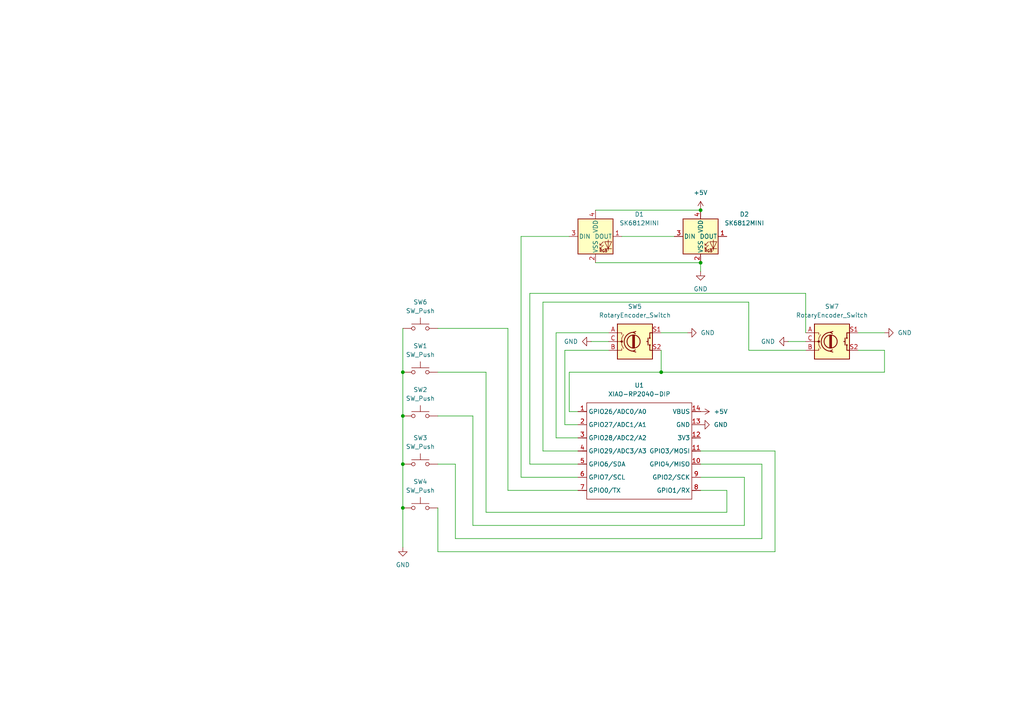
<source format=kicad_sch>
(kicad_sch (version 20250114) (generator "eeschema") (generator_version "9.0")
  (paper "A4")
  (lib_symbols
    (symbol "Device:RotaryEncoder_Switch" (pin_names (offset 0.254) (hide yes))
      (property "Reference" "SW" (at 0 6.604 0))
      (property "Value" "RotaryEncoder_Switch" (at 0 -6.604 0))
      (symbol "RotaryEncoder_Switch_0_1"
        (rectangle (start -5.08 5.08) (end 5.08 -5.08) (stroke (width 0.254)) (fill (type background)))
        (polyline (pts (xy -5.08 2.54) (xy -3.81 2.54) (xy -3.81 2.032)))
        (polyline (pts (xy -5.08 0) (xy -3.81 0) (xy -3.81 -1.016) (xy -3.302 -2.032)))
        (polyline (pts (xy -5.08 -2.54) (xy -3.81 -2.54) (xy -3.81 -2.032)))
        (polyline (pts (xy -4.318 0) (xy -3.81 0) (xy -3.81 1.016) (xy -3.302 2.032)))
        (circle (center -3.81 0) (radius 0.254) (fill (type outline)))
        (polyline (pts (xy -0.635 -1.778) (xy -0.635 1.778)) (stroke (width 0.254)))
        (circle (center -0.381 0) (radius 1.905) (stroke (width 0.254)))
        (polyline (pts (xy -0.381 -1.778) (xy -0.381 1.778)) (stroke (width 0.254)))
        (arc (start -0.381 -2.794) (mid -3.0988 -0.0635) (end -0.381 2.667) (stroke (width 0.254)))
        (polyline (pts (xy -0.127 1.778) (xy -0.127 -1.778)) (stroke (width 0.254)))
        (polyline (pts (xy 0.254 2.921) (xy -0.508 2.667) (xy 0.127 2.286)) (stroke (width 0.254)))
        (polyline (pts (xy 0.254 -3.048) (xy -0.508 -2.794) (xy 0.127 -2.413)) (stroke (width 0.254)))
        (polyline (pts (xy 3.81 1.016) (xy 3.81 -1.016)) (stroke (width 0.254)))
        (polyline (pts (xy 3.81 0) (xy 3.429 0)) (stroke (width 0.254)))
        (circle (center 4.318 1.016) (radius 0.127) (stroke (width 0.254)))
        (circle (center 4.318 -1.016) (radius 0.127) (stroke (width 0.254)))
        (polyline (pts (xy 5.08 2.54) (xy 4.318 2.54) (xy 4.318 1.016)) (stroke (width 0.254)))
        (polyline (pts (xy 5.08 -2.54) (xy 4.318 -2.54) (xy 4.318 -1.016)) (stroke (width 0.254)))
      )
      (symbol "RotaryEncoder_Switch_1_1"
        (pin passive line (at -7.62 2.54 0) (length 2.54) (name "A") (number "A"))
        (pin passive line (at -7.62 0 0) (length 2.54) (name "C") (number "C"))
        (pin passive line (at -7.62 -2.54 0) (length 2.54) (name "B") (number "B"))
        (pin passive line (at 7.62 2.54 180) (length 2.54) (name "S1") (number "S1"))
        (pin passive line (at 7.62 -2.54 180) (length 2.54) (name "S2") (number "S2"))
      )
    )
    (symbol "LED:SK6812MINI" (pin_names (offset 0.254))
      (property "Reference" "D" (at 5.08 5.715 0))
      (property "Value" "SK6812MINI" (at 1.27 -5.715 0))
      (symbol "SK6812MINI_0_0"
        (text "RGB" (at 2.286 -4.191 0) (effects (font (size 0.762 0.762))))
      )
      (symbol "SK6812MINI_0_1"
        (polyline (pts (xy 1.27 -2.54) (xy 1.778 -2.54)))
        (polyline (pts (xy 1.27 -3.556) (xy 1.778 -3.556)))
        (polyline (pts (xy 2.286 -1.524) (xy 1.27 -2.54) (xy 1.27 -2.032)))
        (polyline (pts (xy 2.286 -2.54) (xy 1.27 -3.556) (xy 1.27 -3.048)))
        (polyline (pts (xy 3.683 -1.016) (xy 3.683 -3.556) (xy 3.683 -4.064)))
        (polyline (pts (xy 4.699 -1.524) (xy 2.667 -1.524) (xy 3.683 -3.556) (xy 4.699 -1.524)))
        (polyline (pts (xy 4.699 -3.556) (xy 2.667 -3.556)))
        (rectangle (start 5.08 5.08) (end -5.08 -5.08) (stroke (width 0.254)) (fill (type background)))
      )
      (symbol "SK6812MINI_1_1"
        (pin input line (at -7.62 0 0) (length 2.54) (name "DIN") (number "3"))
        (pin power_in line (at 0 7.62 270) (length 2.54) (name "VDD") (number "4"))
        (pin power_in line (at 0 -7.62 90) (length 2.54) (name "VSS") (number "2"))
        (pin output line (at 7.62 0 180) (length 2.54) (name "DOUT") (number "1"))
      )
    )
    (symbol "OPL:XIAO-RP2040-DIP"
      (property "Reference" "U" (at 0 0 0))
      (property "Value" "XIAO-RP2040-DIP" (at 5.334 -1.778 0))
      (symbol "XIAO-RP2040-DIP_1_0"
        (polyline (pts (xy -1.27 -2.54) (xy 29.21 -2.54)) (stroke (width 0.1524)))
        (polyline (pts (xy -1.27 -5.08) (xy -2.54 -5.08)) (stroke (width 0.1524)))
        (polyline (pts (xy -1.27 -5.08) (xy -1.27 -2.54)) (stroke (width 0.1524)))
        (polyline (pts (xy -1.27 -8.89) (xy -2.54 -8.89)) (stroke (width 0.1524)))
        (polyline (pts (xy -1.27 -8.89) (xy -1.27 -5.08)) (stroke (width 0.1524)))
        (polyline (pts (xy -1.27 -12.7) (xy -2.54 -12.7)) (stroke (width 0.1524)))
        (polyline (pts (xy -1.27 -12.7) (xy -1.27 -8.89)) (stroke (width 0.1524)))
        (polyline (pts (xy -1.27 -16.51) (xy -2.54 -16.51)) (stroke (width 0.1524)))
        (polyline (pts (xy -1.27 -16.51) (xy -1.27 -12.7)) (stroke (width 0.1524)))
        (polyline (pts (xy -1.27 -20.32) (xy -2.54 -20.32)) (stroke (width 0.1524)))
        (polyline (pts (xy -1.27 -24.13) (xy -2.54 -24.13)) (stroke (width 0.1524)))
        (polyline (pts (xy -1.27 -27.94) (xy -2.54 -27.94)) (stroke (width 0.1524)))
        (polyline (pts (xy -1.27 -30.48) (xy -1.27 -16.51)) (stroke (width 0.1524)))
        (polyline (pts (xy 29.21 -2.54) (xy 29.21 -5.08)) (stroke (width 0.1524)))
        (polyline (pts (xy 29.21 -5.08) (xy 29.21 -8.89)) (stroke (width 0.1524)))
        (polyline (pts (xy 29.21 -8.89) (xy 29.21 -12.7)) (stroke (width 0.1524)))
        (polyline (pts (xy 29.21 -12.7) (xy 29.21 -30.48)) (stroke (width 0.1524)))
        (polyline (pts (xy 29.21 -30.48) (xy -1.27 -30.48)) (stroke (width 0.1524)))
        (polyline (pts (xy 30.48 -5.08) (xy 29.21 -5.08)) (stroke (width 0.1524)))
        (polyline (pts (xy 30.48 -8.89) (xy 29.21 -8.89)) (stroke (width 0.1524)))
        (polyline (pts (xy 30.48 -12.7) (xy 29.21 -12.7)) (stroke (width 0.1524)))
        (polyline (pts (xy 30.48 -16.51) (xy 29.21 -16.51)) (stroke (width 0.1524)))
        (polyline (pts (xy 30.48 -20.32) (xy 29.21 -20.32)) (stroke (width 0.1524)))
        (polyline (pts (xy 30.48 -24.13) (xy 29.21 -24.13)) (stroke (width 0.1524)))
        (polyline (pts (xy 30.48 -27.94) (xy 29.21 -27.94)) (stroke (width 0.1524)))
        (pin passive line (at -3.81 -5.08 0) (length 2.54) (name "GPIO26/ADC0/A0") (number "1"))
        (pin passive line (at -3.81 -8.89 0) (length 2.54) (name "GPIO27/ADC1/A1") (number "2"))
        (pin passive line (at -3.81 -12.7 0) (length 2.54) (name "GPIO28/ADC2/A2") (number "3"))
        (pin passive line (at -3.81 -16.51 0) (length 2.54) (name "GPIO29/ADC3/A3") (number "4"))
        (pin passive line (at -3.81 -20.32 0) (length 2.54) (name "GPIO6/SDA") (number "5"))
        (pin passive line (at -3.81 -24.13 0) (length 2.54) (name "GPIO7/SCL") (number "6"))
        (pin passive line (at -3.81 -27.94 0) (length 2.54) (name "GPIO0/TX") (number "7"))
        (pin passive line (at 31.75 -5.08 180) (length 2.54) (name "VBUS") (number "14"))
        (pin passive line (at 31.75 -8.89 180) (length 2.54) (name "GND") (number "13"))
        (pin passive line (at 31.75 -12.7 180) (length 2.54) (name "3V3") (number "12"))
        (pin passive line (at 31.75 -16.51 180) (length 2.54) (name "GPIO3/MOSI") (number "11"))
        (pin passive line (at 31.75 -20.32 180) (length 2.54) (name "GPIO4/MISO") (number "10"))
        (pin passive line (at 31.75 -24.13 180) (length 2.54) (name "GPIO2/SCK") (number "9"))
        (pin passive line (at 31.75 -27.94 180) (length 2.54) (name "GPIO1/RX") (number "8"))
      )
    )
    (symbol "Switch:SW_Push" (pin_numbers (hide yes)) (pin_names (offset 1.016) (hide yes))
      (property "Reference" "SW" (at 1.27 2.54 0))
      (property "Value" "SW_Push" (at 0 -1.524 0))
      (symbol "SW_Push_0_1"
        (circle (center -2.032 0) (radius 0.508))
        (polyline (pts (xy 0 1.27) (xy 0 3.048)))
        (circle (center 2.032 0) (radius 0.508))
        (polyline (pts (xy 2.54 1.27) (xy -2.54 1.27)))
        (pin passive line (at -5.08 0 0) (length 2.54) (name "1") (number "1"))
        (pin passive line (at 5.08 0 180) (length 2.54) (name "2") (number "2"))
      )
    )
    (symbol "power:+5V" (power) (pin_numbers (hide yes)) (pin_names (offset 0) (hide yes))
      (property "Value" "+5V" (at 0 3.556 0))
      (symbol "+5V_0_1"
        (polyline (pts (xy -0.762 1.27) (xy 0 2.54)))
        (polyline (pts (xy 0 2.54) (xy 0.762 1.27)))
        (polyline (pts (xy 0 0) (xy 0 2.54)))
      )
      (symbol "+5V_1_1"
        (pin power_in line (at 0 0 90) (length 0) (name "~") (number "1"))
      )
    )
    (symbol "power:GND" (power) (pin_numbers (hide yes)) (pin_names (offset 0) (hide yes))
      (property "Value" "GND" (at 0 -3.81 0))
      (symbol "GND_0_1"
        (polyline (pts (xy 0 0) (xy 0 -1.27) (xy 1.27 -1.27) (xy 0 -2.54) (xy -1.27 -1.27) (xy 0 -1.27)))
      )
      (symbol "GND_1_1"
        (pin power_in line (at 0 0 270) (length 0) (name "~") (number "1"))
      )
    )
  )
  (junction (at 116.84 120.65))
  (junction (at 116.84 147.32))
  (junction (at 116.84 134.62))
  (junction (at 191.77 107.95))
  (junction (at 116.84 107.95))
  (junction (at 203.2 76.2))
  (junction (at 203.2 60.96))
  (wire (pts (xy 172.72 76.2) (xy 203.2 76.2)))
  (wire (pts (xy 165.1 119.38) (xy 167.64 119.38)))
  (wire (pts (xy 151.13 68.58) (xy 151.13 138.43)))
  (wire (pts (xy 215.9 138.43) (xy 215.9 152.4)))
  (wire (pts (xy 220.98 156.21) (xy 132.08 156.21)))
  (wire (pts (xy 203.2 142.24) (xy 210.82 142.24)))
  (wire (pts (xy 161.29 96.52) (xy 176.53 96.52)))
  (wire (pts (xy 217.17 87.63) (xy 157.48 87.63)))
  (wire (pts (xy 153.67 85.09) (xy 153.67 134.62)))
  (wire (pts (xy 132.08 156.21) (xy 132.08 134.62)))
  (wire (pts (xy 220.98 134.62) (xy 220.98 156.21)))
  (wire (pts (xy 203.2 138.43) (xy 215.9 138.43)))
  (wire (pts (xy 176.53 101.6) (xy 163.83 101.6)))
  (wire (pts (xy 233.68 85.09) (xy 153.67 85.09)))
  (wire (pts (xy 165.1 107.95) (xy 165.1 119.38)))
  (wire (pts (xy 228.6 99.06) (xy 233.68 99.06)))
  (wire (pts (xy 191.77 101.6) (xy 191.77 107.95)))
  (wire (pts (xy 161.29 127) (xy 167.64 127)))
  (wire (pts (xy 180.34 68.58) (xy 195.58 68.58)))
  (wire (pts (xy 116.84 134.62) (xy 116.84 147.32)))
  (wire (pts (xy 132.08 134.62) (xy 127 134.62)))
  (wire (pts (xy 215.9 152.4) (xy 137.16 152.4)))
  (wire (pts (xy 137.16 120.65) (xy 127 120.65)))
  (wire (pts (xy 256.54 101.6) (xy 256.54 107.95)))
  (wire (pts (xy 248.92 96.52) (xy 256.54 96.52)))
  (wire (pts (xy 153.67 134.62) (xy 167.64 134.62)))
  (wire (pts (xy 233.68 96.52) (xy 233.68 85.09)))
  (wire (pts (xy 147.32 142.24) (xy 167.64 142.24)))
  (wire (pts (xy 140.97 107.95) (xy 127 107.95)))
  (wire (pts (xy 151.13 68.58) (xy 165.1 68.58)))
  (wire (pts (xy 161.29 96.52) (xy 161.29 127)))
  (wire (pts (xy 165.1 107.95) (xy 191.77 107.95)))
  (wire (pts (xy 217.17 101.6) (xy 217.17 87.63)))
  (wire (pts (xy 127 95.25) (xy 147.32 95.25)))
  (wire (pts (xy 163.83 123.19) (xy 167.64 123.19)))
  (wire (pts (xy 203.2 130.81) (xy 224.79 130.81)))
  (wire (pts (xy 116.84 95.25) (xy 116.84 107.95)))
  (wire (pts (xy 171.45 99.06) (xy 176.53 99.06)))
  (wire (pts (xy 224.79 160.02) (xy 127 160.02)))
  (wire (pts (xy 191.77 96.52) (xy 199.39 96.52)))
  (wire (pts (xy 151.13 138.43) (xy 167.64 138.43)))
  (wire (pts (xy 210.82 148.59) (xy 140.97 148.59)))
  (wire (pts (xy 224.79 130.81) (xy 224.79 160.02)))
  (wire (pts (xy 203.2 76.2) (xy 203.2 78.74)))
  (wire (pts (xy 116.84 147.32) (xy 116.84 158.75)))
  (wire (pts (xy 137.16 152.4) (xy 137.16 120.65)))
  (wire (pts (xy 233.68 101.6) (xy 217.17 101.6)))
  (wire (pts (xy 163.83 101.6) (xy 163.83 123.19)))
  (wire (pts (xy 157.48 87.63) (xy 157.48 130.81)))
  (wire (pts (xy 157.48 130.81) (xy 167.64 130.81)))
  (wire (pts (xy 248.92 101.6) (xy 256.54 101.6)))
  (wire (pts (xy 147.32 95.25) (xy 147.32 142.24)))
  (wire (pts (xy 172.72 60.96) (xy 203.2 60.96)))
  (wire (pts (xy 210.82 142.24) (xy 210.82 148.59)))
  (wire (pts (xy 116.84 120.65) (xy 116.84 134.62)))
  (wire (pts (xy 140.97 148.59) (xy 140.97 107.95)))
  (wire (pts (xy 116.84 107.95) (xy 116.84 120.65)))
  (wire (pts (xy 127 160.02) (xy 127 147.32)))
  (wire (pts (xy 203.2 134.62) (xy 220.98 134.62)))
  (wire (pts (xy 191.77 107.95) (xy 256.54 107.95)))
  (symbol (lib_id "Switch:SW_Push") (at 121.92 134.62 0) (unit 1)
    (property "Reference" "SW3" (at 121.92 127 0))
    (property "Value" "SW_Push" (at 121.92 129.54 0))
    (property "Footprint" "Button_Switch_Keyboard:SW_Cherry_MX_1.00u_PCB" (effects (hide yes)))
    (property "Description" "Push button switch, generic, two pins" (effects (hide yes)))
  )
  (symbol (lib_id "Switch:SW_Push") (at 121.92 107.95 0) (unit 1)
    (property "Reference" "SW1" (at 121.92 100.33 0))
    (property "Value" "SW_Push" (at 121.92 102.87 0))
    (property "Footprint" "Button_Switch_Keyboard:SW_Cherry_MX_1.00u_PCB" (effects (hide yes)))
    (property "Description" "Push button switch, generic, two pins" (effects (hide yes)))
  )
  (symbol (lib_id "Device:RotaryEncoder_Switch") (at 241.3 99.06 0) (unit 1)
    (property "Reference" "SW7" (at 241.3 88.9 0))
    (property "Value" "RotaryEncoder_Switch" (at 241.3 91.44 0))
    (property "Footprint" "Rotary_Encoder:RotaryEncoder_Alps_EC11E-Switch_Vertical_H20mm" (effects (hide yes)))
    (property "Description" "Rotary encoder, dual channel, incremental quadrate outputs, with switch" (effects (hide yes)))
  )
  (symbol (lib_id "power:GND") (at 199.39 96.52 90) (unit 1)
    (property "Reference" "#PWR07" (effects (hide yes)))
    (property "Value" "GND" (at 203.2 96.5199 90) (effects (justify right)))
    (property "Description" "Power symbol creates a global label with name \"GND\" , ground" (effects (hide yes)))
  )
  (symbol (lib_id "LED:SK6812MINI") (at 172.72 68.58 0) (unit 1)
    (property "Reference" "D1" (at 185.42 62.1598 0))
    (property "Value" "SK6812MINI" (at 185.42 64.6998 0))
    (property "Footprint" "LED_SMD:LED_SK6812MINI_PLCC4_3.5x3.5mm_P1.75mm" (effects (hide yes)))
    (property "Datasheet" "https://cdn-shop.adafruit.com/product-files/2686/SK6812MINI_REV.01-1-2.pdf" (effects (hide yes)))
    (property "Description" "RGB LED with integrated controller" (effects (hide yes)))
  )
  (symbol (lib_id "power:GND") (at 203.2 78.74 0) (unit 1)
    (property "Reference" "#PWR03" (effects (hide yes)))
    (property "Value" "GND" (at 203.2 83.82 0))
    (property "Description" "Power symbol creates a global label with name \"GND\" , ground" (effects (hide yes)))
  )
  (symbol (lib_id "power:GND") (at 203.2 123.19 90) (unit 1)
    (property "Reference" "#PWR02" (effects (hide yes)))
    (property "Value" "GND" (at 207.01 123.1899 90) (effects (justify right)))
    (property "Description" "Power symbol creates a global label with name \"GND\" , ground" (effects (hide yes)))
  )
  (symbol (lib_id "power:GND") (at 228.6 99.06 270) (unit 1)
    (property "Reference" "#PWR08" (effects (hide yes)))
    (property "Value" "GND" (at 224.79 99.0599 90) (effects (justify right)))
    (property "Description" "Power symbol creates a global label with name \"GND\" , ground" (effects (hide yes)))
  )
  (symbol (lib_id "power:GND") (at 116.84 158.75 0) (unit 1)
    (property "Reference" "#PWR01" (effects (hide yes)))
    (property "Value" "GND" (at 116.84 163.83 0))
    (property "Description" "Power symbol creates a global label with name \"GND\" , ground" (effects (hide yes)))
  )
  (symbol (lib_id "power:+5V") (at 203.2 119.38 270) (unit 1)
    (property "Reference" "#PWR05" (effects (hide yes)))
    (property "Value" "+5V" (at 207.01 119.3799 90) (effects (justify left)))
    (property "Description" "Power symbol creates a global label with name \"+5V\"" (effects (hide yes)))
  )
  (symbol (lib_id "Switch:SW_Push") (at 121.92 120.65 0) (unit 1)
    (property "Reference" "SW2" (at 121.92 113.03 0))
    (property "Value" "SW_Push" (at 121.92 115.57 0))
    (property "Footprint" "Button_Switch_Keyboard:SW_Cherry_MX_1.00u_PCB" (effects (hide yes)))
    (property "Description" "Push button switch, generic, two pins" (effects (hide yes)))
  )
  (symbol (lib_id "power:GND") (at 256.54 96.52 90) (unit 1)
    (property "Reference" "#PWR09" (effects (hide yes)))
    (property "Value" "GND" (at 260.35 96.5199 90) (effects (justify right)))
    (property "Description" "Power symbol creates a global label with name \"GND\" , ground" (effects (hide yes)))
  )
  (symbol (lib_id "power:GND") (at 171.45 99.06 270) (unit 1)
    (property "Reference" "#PWR06" (effects (hide yes)))
    (property "Value" "GND" (at 167.64 99.0599 90) (effects (justify right)))
    (property "Description" "Power symbol creates a global label with name \"GND\" , ground" (effects (hide yes)))
  )
  (symbol (lib_id "Switch:SW_Push") (at 121.92 147.32 0) (unit 1)
    (property "Reference" "SW4" (at 121.92 139.7 0))
    (property "Value" "SW_Push" (at 121.92 142.24 0))
    (property "Footprint" "Button_Switch_Keyboard:SW_Cherry_MX_1.00u_PCB" (effects (hide yes)))
    (property "Description" "Push button switch, generic, two pins" (effects (hide yes)))
  )
  (symbol (lib_id "LED:SK6812MINI") (at 203.2 68.58 0) (unit 1)
    (property "Reference" "D2" (at 215.9 62.1598 0))
    (property "Value" "SK6812MINI" (at 215.9 64.6998 0))
    (property "Footprint" "LED_SMD:LED_SK6812MINI_PLCC4_3.5x3.5mm_P1.75mm" (effects (hide yes)))
    (property "Datasheet" "https://cdn-shop.adafruit.com/product-files/2686/SK6812MINI_REV.01-1-2.pdf" (effects (hide yes)))
    (property "Description" "RGB LED with integrated controller" (effects (hide yes)))
  )
  (symbol (lib_id "OPL:XIAO-RP2040-DIP") (at 171.45 114.3 0) (unit 1)
    (property "Reference" "U1" (at 185.42 111.76 0))
    (property "Value" "XIAO-RP2040-DIP" (at 185.42 114.3 0))
    (property "Footprint" "OPL:XIAO-RP2040-DIP" (effects (hide yes)))
  )
  (symbol (lib_id "Switch:SW_Push") (at 121.92 95.25 0) (unit 1)
    (property "Reference" "SW6" (at 121.92 87.63 0))
    (property "Value" "SW_Push" (at 121.92 90.17 0))
    (property "Footprint" "Button_Switch_Keyboard:SW_Cherry_MX_1.00u_PCB" (effects (hide yes)))
    (property "Description" "Push button switch, generic, two pins" (effects (hide yes)))
  )
  (symbol (lib_id "power:+5V") (at 203.2 60.96 0) (unit 1)
    (property "Reference" "#PWR04" (effects (hide yes)))
    (property "Value" "+5V" (at 203.2 55.88 0))
    (property "Description" "Power symbol creates a global label with name \"+5V\"" (effects (hide yes)))
  )
  (symbol (lib_id "Device:RotaryEncoder_Switch") (at 184.15 99.06 0) (unit 1)
    (property "Reference" "SW5" (at 184.15 88.9 0))
    (property "Value" "RotaryEncoder_Switch" (at 184.15 91.44 0))
    (property "Footprint" "Rotary_Encoder:RotaryEncoder_Alps_EC11E-Switch_Vertical_H20mm" (effects (hide yes)))
    (property "Description" "Rotary encoder, dual channel, incremental quadrate outputs, with switch" (effects (hide yes)))
  )
)
</source>
